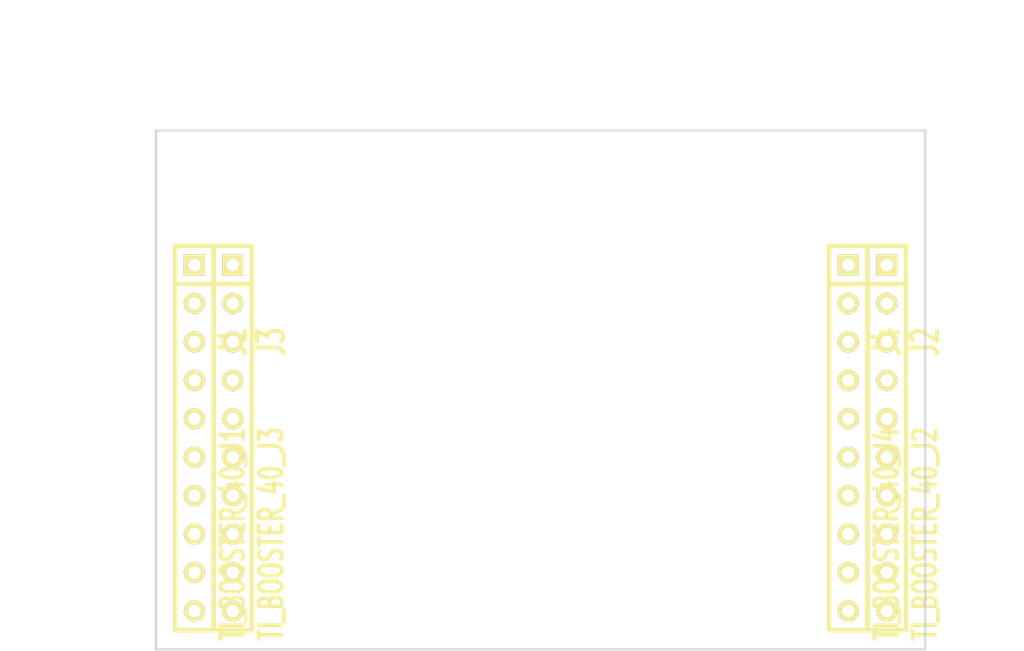
<source format=kicad_pcb>
(kicad_pcb (version 20221018) (generator pcbnew)
  (layers (0 "F.Cu" signal) (31 "B.Cu" signal) (34 "B.Paste" user) (35 "F.Paste" user) (36 "B.SilkS" user "B.Silkscreen") (37 "F.SilkS" user "F.Silkscreen") (38 "B.Mask" user) (39 "F.Mask" user) (44 "Edge.Cuts" user))
  (net 0 "")
  (net 1 "GND")
  (footprint "Connect:SIL-10" (layer "F.Cu") (at 185.42 133.35 -90)
    (fp_text reference "J1" (at -6.35 -2.54 270) (layer "F.SilkS") (effects (font (size 1.72974 1.08712) (thickness 0.3048))))
    (fp_text value "TI_BOOSTER_40_J1" (at 6.35 -2.54 270) (layer "F.SilkS") (effects (font (size 1.524 1.016) (thickness 0.3048))))
    (fp_line (start -12.7 -1.27) (end 12.7 -1.27) (stroke (width 0.3048)) (layer "F.SilkS"))
    (fp_line (start -12.7 1.27) (end -12.7 -1.27) (stroke (width 0.3048)) (layer "F.SilkS"))
    (fp_line (start -10.16 1.27) (end -10.16 -1.27) (stroke (width 0.3048)) (layer "F.SilkS"))
    (fp_line (start 12.7 -1.27) (end 12.7 1.27) (stroke (width 0.3048)) (layer "F.SilkS"))
    (fp_line (start 12.7 1.27) (end -12.7 1.27) (stroke (width 0.3048)) (layer "F.SilkS"))
    (pad "1" thru_hole rect (at -11.43 0 270) (size 1.397 1.397) (drill 0.8128) (layers "*.Cu" "*.Mask" "F.SilkS"))
    (pad "2" thru_hole circle (at -8.89 0 270) (size 1.397 1.397) (drill 0.8128) (layers "*.Cu" "*.Mask" "F.SilkS"))
    (pad "3" thru_hole circle (at -6.35 0 270) (size 1.397 1.397) (drill 0.8128) (layers "*.Cu" "*.Mask" "F.SilkS"))
    (pad "4" thru_hole circle (at -3.81 0 270) (size 1.397 1.397) (drill 0.8128) (layers "*.Cu" "*.Mask" "F.SilkS"))
    (pad "5" thru_hole circle (at -1.27 0 270) (size 1.397 1.397) (drill 0.8128) (layers "*.Cu" "*.Mask" "F.SilkS"))
    (pad "6" thru_hole circle (at 1.27 0 270) (size 1.397 1.397) (drill 0.8128) (layers "*.Cu" "*.Mask" "F.SilkS"))
    (pad "7" thru_hole circle (at 3.81 0 270) (size 1.397 1.397) (drill 0.8128) (layers "*.Cu" "*.Mask" "F.SilkS"))
    (pad "8" thru_hole circle (at 6.35 0 270) (size 1.397 1.397) (drill 0.8128) (layers "*.Cu" "*.Mask" "F.SilkS"))
    (pad "9" thru_hole circle (at 8.89 0 270) (size 1.397 1.397) (drill 0.8128) (layers "*.Cu" "*.Mask" "F.SilkS"))
    (pad "10" thru_hole circle (at 11.43 0 270) (size 1.397 1.397) (drill 0.8128) (layers "*.Cu" "*.Mask" "F.SilkS"))
  )
  (footprint "Connect:SIL-10" (layer "F.Cu") (at 231.14 133.35 -90)
    (fp_text reference "J2" (at -6.35 -2.54 270) (layer "F.SilkS") (effects (font (size 1.72974 1.08712) (thickness 0.3048))))
    (fp_text value "TI_BOOSTER_40_J2" (at 6.35 -2.54 270) (layer "F.SilkS") (effects (font (size 1.524 1.016) (thickness 0.3048))))
    (fp_line (start -12.7 -1.27) (end 12.7 -1.27) (stroke (width 0.3048)) (layer "F.SilkS"))
    (fp_line (start -12.7 1.27) (end -12.7 -1.27) (stroke (width 0.3048)) (layer "F.SilkS"))
    (fp_line (start -10.16 1.27) (end -10.16 -1.27) (stroke (width 0.3048)) (layer "F.SilkS"))
    (fp_line (start 12.7 -1.27) (end 12.7 1.27) (stroke (width 0.3048)) (layer "F.SilkS"))
    (fp_line (start 12.7 1.27) (end -12.7 1.27) (stroke (width 0.3048)) (layer "F.SilkS"))
    (pad "1" thru_hole rect (at -11.43 0 270) (size 1.397 1.397) (drill 0.8128) (layers "*.Cu" "*.Mask" "F.SilkS") (net 1 "GND"))
    (pad "2" thru_hole circle (at -8.89 0 270) (size 1.397 1.397) (drill 0.8128) (layers "*.Cu" "*.Mask" "F.SilkS"))
    (pad "3" thru_hole circle (at -6.35 0 270) (size 1.397 1.397) (drill 0.8128) (layers "*.Cu" "*.Mask" "F.SilkS"))
    (pad "4" thru_hole circle (at -3.81 0 270) (size 1.397 1.397) (drill 0.8128) (layers "*.Cu" "*.Mask" "F.SilkS"))
    (pad "5" thru_hole circle (at -1.27 0 270) (size 1.397 1.397) (drill 0.8128) (layers "*.Cu" "*.Mask" "F.SilkS"))
    (pad "6" thru_hole circle (at 1.27 0 270) (size 1.397 1.397) (drill 0.8128) (layers "*.Cu" "*.Mask" "F.SilkS"))
    (pad "7" thru_hole circle (at 3.81 0 270) (size 1.397 1.397) (drill 0.8128) (layers "*.Cu" "*.Mask" "F.SilkS"))
    (pad "8" thru_hole circle (at 6.35 0 270) (size 1.397 1.397) (drill 0.8128) (layers "*.Cu" "*.Mask" "F.SilkS"))
    (pad "9" thru_hole circle (at 8.89 0 270) (size 1.397 1.397) (drill 0.8128) (layers "*.Cu" "*.Mask" "F.SilkS"))
    (pad "10" thru_hole circle (at 11.43 0 270) (size 1.397 1.397) (drill 0.8128) (layers "*.Cu" "*.Mask" "F.SilkS"))
  )
  (footprint "Connect:SIL-10" (layer "F.Cu") (at 187.96 133.35 -90)
    (fp_text reference "J3" (at -6.35 -2.54 270) (layer "F.SilkS") (effects (font (size 1.72974 1.08712) (thickness 0.3048))))
    (fp_text value "TI_BOOSTER_40_J3" (at 6.35 -2.54 270) (layer "F.SilkS") (effects (font (size 1.524 1.016) (thickness 0.3048))))
    (fp_line (start -12.7 -1.27) (end 12.7 -1.27) (stroke (width 0.3048)) (layer "F.SilkS"))
    (fp_line (start -12.7 1.27) (end -12.7 -1.27) (stroke (width 0.3048)) (layer "F.SilkS"))
    (fp_line (start -10.16 1.27) (end -10.16 -1.27) (stroke (width 0.3048)) (layer "F.SilkS"))
    (fp_line (start 12.7 -1.27) (end 12.7 1.27) (stroke (width 0.3048)) (layer "F.SilkS"))
    (fp_line (start 12.7 1.27) (end -12.7 1.27) (stroke (width 0.3048)) (layer "F.SilkS"))
    (pad "1" thru_hole rect (at -11.43 0 270) (size 1.397 1.397) (drill 0.8128) (layers "*.Cu" "*.Mask" "F.SilkS"))
    (pad "2" thru_hole circle (at -8.89 0 270) (size 1.397 1.397) (drill 0.8128) (layers "*.Cu" "*.Mask" "F.SilkS") (net 1 "GND"))
    (pad "3" thru_hole circle (at -6.35 0 270) (size 1.397 1.397) (drill 0.8128) (layers "*.Cu" "*.Mask" "F.SilkS"))
    (pad "4" thru_hole circle (at -3.81 0 270) (size 1.397 1.397) (drill 0.8128) (layers "*.Cu" "*.Mask" "F.SilkS"))
    (pad "5" thru_hole circle (at -1.27 0 270) (size 1.397 1.397) (drill 0.8128) (layers "*.Cu" "*.Mask" "F.SilkS"))
    (pad "6" thru_hole circle (at 1.27 0 270) (size 1.397 1.397) (drill 0.8128) (layers "*.Cu" "*.Mask" "F.SilkS"))
    (pad "7" thru_hole circle (at 3.81 0 270) (size 1.397 1.397) (drill 0.8128) (layers "*.Cu" "*.Mask" "F.SilkS"))
    (pad "8" thru_hole circle (at 6.35 0 270) (size 1.397 1.397) (drill 0.8128) (layers "*.Cu" "*.Mask" "F.SilkS"))
    (pad "9" thru_hole circle (at 8.89 0 270) (size 1.397 1.397) (drill 0.8128) (layers "*.Cu" "*.Mask" "F.SilkS"))
    (pad "10" thru_hole circle (at 11.43 0 270) (size 1.397 1.397) (drill 0.8128) (layers "*.Cu" "*.Mask" "F.SilkS"))
  )
  (footprint "Connect:SIL-10" (layer "F.Cu") (at 228.6 133.35 -90)
    (fp_text reference "J4" (at -6.35 -2.54 270) (layer "F.SilkS") (effects (font (size 1.72974 1.08712) (thickness 0.3048))))
    (fp_text value "TI_BOOSTER_40_J4" (at 6.35 -2.54 270) (layer "F.SilkS") (effects (font (size 1.524 1.016) (thickness 0.3048))))
    (fp_line (start -12.7 -1.27) (end 12.7 -1.27) (stroke (width 0.3048)) (layer "F.SilkS"))
    (fp_line (start -12.7 1.27) (end -12.7 -1.27) (stroke (width 0.3048)) (layer "F.SilkS"))
    (fp_line (start -10.16 1.27) (end -10.16 -1.27) (stroke (width 0.3048)) (layer "F.SilkS"))
    (fp_line (start 12.7 -1.27) (end 12.7 1.27) (stroke (width 0.3048)) (layer "F.SilkS"))
    (fp_line (start 12.7 1.27) (end -12.7 1.27) (stroke (width 0.3048)) (layer "F.SilkS"))
    (pad "1" thru_hole rect (at -11.43 0 270) (size 1.397 1.397) (drill 0.8128) (layers "*.Cu" "*.Mask" "F.SilkS"))
    (pad "2" thru_hole circle (at -8.89 0 270) (size 1.397 1.397) (drill 0.8128) (layers "*.Cu" "*.Mask" "F.SilkS"))
    (pad "3" thru_hole circle (at -6.35 0 270) (size 1.397 1.397) (drill 0.8128) (layers "*.Cu" "*.Mask" "F.SilkS"))
    (pad "4" thru_hole circle (at -3.81 0 270) (size 1.397 1.397) (drill 0.8128) (layers "*.Cu" "*.Mask" "F.SilkS"))
    (pad "5" thru_hole circle (at -1.27 0 270) (size 1.397 1.397) (drill 0.8128) (layers "*.Cu" "*.Mask" "F.SilkS"))
    (pad "6" thru_hole circle (at 1.27 0 270) (size 1.397 1.397) (drill 0.8128) (layers "*.Cu" "*.Mask" "F.SilkS"))
    (pad "7" thru_hole circle (at 3.81 0 270) (size 1.397 1.397) (drill 0.8128) (layers "*.Cu" "*.Mask" "F.SilkS"))
    (pad "8" thru_hole circle (at 6.35 0 270) (size 1.397 1.397) (drill 0.8128) (layers "*.Cu" "*.Mask" "F.SilkS"))
    (pad "9" thru_hole circle (at 8.89 0 270) (size 1.397 1.397) (drill 0.8128) (layers "*.Cu" "*.Mask" "F.SilkS"))
    (pad "10" thru_hole circle (at 11.43 0 270) (size 1.397 1.397) (drill 0.8128) (layers "*.Cu" "*.Mask" "F.SilkS"))
  )
  (gr_line (start 182.88 113.03) (end 233.68 113.03) (stroke (width 0.15)) (layer "Edge.Cuts"))
  (gr_line (start 233.68 147.32) (end 182.88 147.32) (stroke (width 0.15)) (layer "Edge.Cuts"))
  (gr_line (start 182.88 147.32) (end 182.88 113.03) (stroke (width 0.14986)) (layer "Edge.Cuts"))
  (gr_line (start 233.68 113.03) (end 233.68 147.32) (stroke (width 0.14986)) (layer "Edge.Cuts"))
)
</source>
